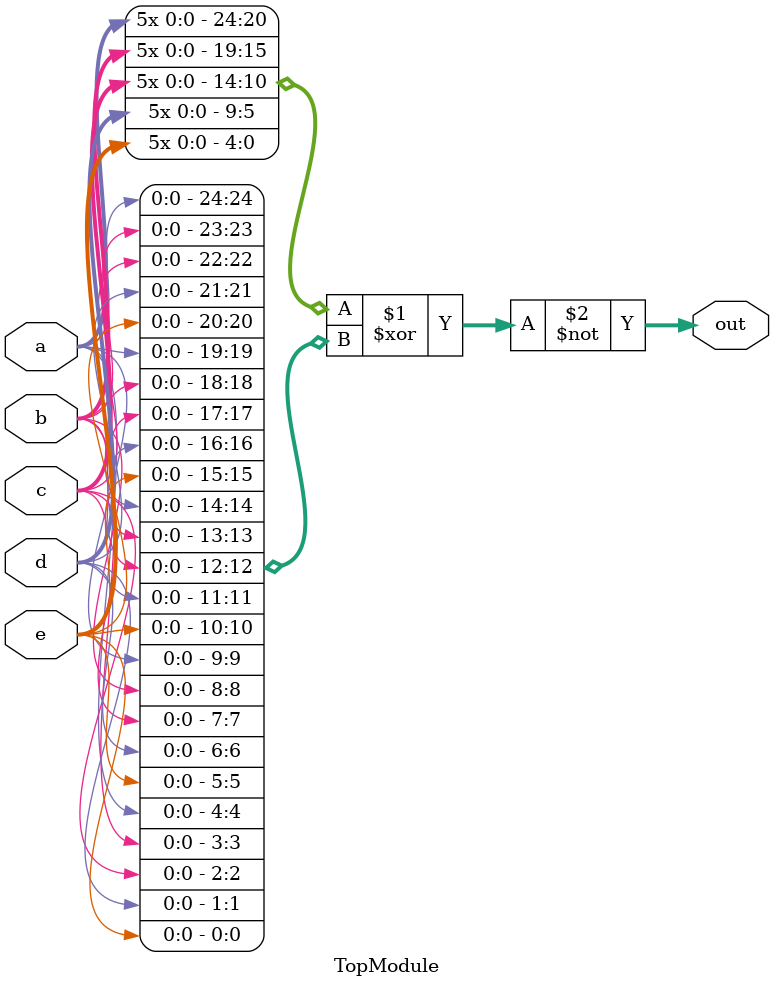
<source format=sv>
module TopModule (
  input  a,
  input  b,
  input  c,
  input  d,
  input  e,
  output [24:0] out
);
  // compact vector form (regular structure, avoids extra intermediate ops)
  assign out = ~({ {5{a}}, {5{b}}, {5{c}}, {5{d}}, {5{e}} } ^ {5{a,b,c,d,e}});
endmodule

</source>
